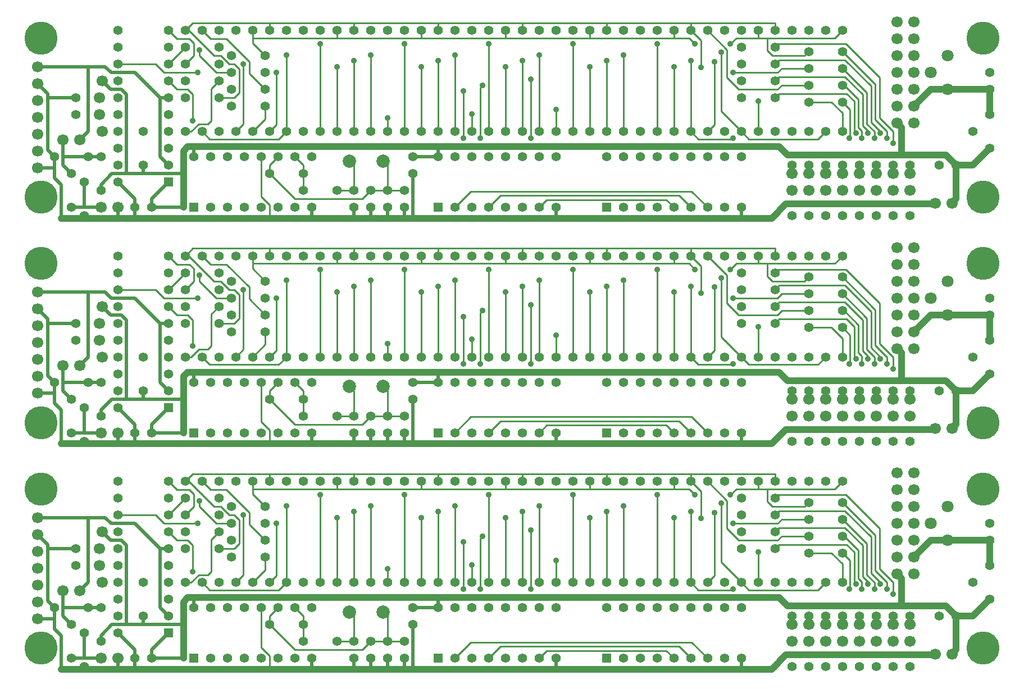
<source format=gtl>
G04 (created by PCBNEW (2013-07-07 BZR 4022)-stable) date 15/01/2014 06:25:56*
%MOIN*%
G04 Gerber Fmt 3.4, Leading zero omitted, Abs format*
%FSLAX34Y34*%
G01*
G70*
G90*
G04 APERTURE LIST*
%ADD10C,0.00590551*%
%ADD11C,0.0551181*%
%ADD12C,0.19685*%
%ADD13C,0.0787*%
%ADD14C,0.0669*%
%ADD15R,0.055X0.055*%
%ADD16C,0.055*%
%ADD17C,0.0708661*%
%ADD18C,0.035*%
%ADD19C,0.0393701*%
%ADD20C,0.019685*%
%ADD21C,0.01*%
G04 APERTURE END LIST*
G54D10*
G54D11*
X92500Y-75271D03*
X91500Y-75271D03*
X90500Y-75271D03*
X89500Y-75271D03*
X88500Y-75271D03*
X87500Y-75271D03*
X86500Y-75271D03*
X85500Y-75271D03*
X85500Y-78271D03*
X86500Y-78271D03*
X87500Y-78271D03*
X88500Y-78271D03*
X89500Y-78271D03*
X90500Y-78271D03*
X91500Y-78271D03*
X92500Y-78271D03*
X92500Y-61885D03*
X91500Y-61885D03*
X90500Y-61885D03*
X89500Y-61885D03*
X88500Y-61885D03*
X87500Y-61885D03*
X86500Y-61885D03*
X85500Y-61885D03*
X85500Y-64885D03*
X86500Y-64885D03*
X87500Y-64885D03*
X88500Y-64885D03*
X89500Y-64885D03*
X90500Y-64885D03*
X91500Y-64885D03*
X92500Y-64885D03*
G54D12*
X40944Y-67716D03*
X40944Y-77165D03*
X96850Y-67716D03*
X96850Y-77165D03*
G54D13*
X59250Y-75021D03*
X61250Y-75021D03*
G54D11*
X54500Y-73271D03*
X55500Y-73271D03*
X56500Y-73271D03*
X57500Y-73271D03*
X58500Y-73271D03*
X58500Y-67271D03*
X57500Y-67271D03*
X56500Y-67271D03*
X55500Y-67271D03*
X54500Y-67271D03*
X49500Y-73271D03*
X50500Y-73271D03*
X51500Y-73271D03*
X52500Y-73271D03*
X53500Y-73271D03*
X53500Y-67271D03*
X52500Y-67271D03*
X51500Y-67271D03*
X50500Y-67271D03*
X49500Y-67271D03*
X59500Y-73271D03*
X60500Y-73271D03*
X61500Y-73271D03*
X62500Y-73271D03*
X63500Y-73271D03*
X63500Y-67271D03*
X62500Y-67271D03*
X61500Y-67271D03*
X60500Y-67271D03*
X59500Y-67271D03*
X84500Y-73271D03*
X85500Y-73271D03*
X86500Y-73271D03*
X87500Y-73271D03*
X88500Y-73271D03*
X88500Y-67271D03*
X87500Y-67271D03*
X86500Y-67271D03*
X85500Y-67271D03*
X84500Y-67271D03*
X79500Y-73271D03*
X80500Y-73271D03*
X81500Y-73271D03*
X82500Y-73271D03*
X83500Y-73271D03*
X83500Y-67271D03*
X82500Y-67271D03*
X81500Y-67271D03*
X80500Y-67271D03*
X79500Y-67271D03*
X74500Y-73271D03*
X75500Y-73271D03*
X76500Y-73271D03*
X77500Y-73271D03*
X78500Y-73271D03*
X78500Y-67271D03*
X77500Y-67271D03*
X76500Y-67271D03*
X75500Y-67271D03*
X74500Y-67271D03*
X69500Y-73271D03*
X70500Y-73271D03*
X71500Y-73271D03*
X72500Y-73271D03*
X73500Y-73271D03*
X73500Y-67271D03*
X72500Y-67271D03*
X71500Y-67271D03*
X70500Y-67271D03*
X69500Y-67271D03*
X64500Y-73271D03*
X65500Y-73271D03*
X66500Y-73271D03*
X67500Y-73271D03*
X68500Y-73271D03*
X68500Y-67271D03*
X67500Y-67271D03*
X66500Y-67271D03*
X65500Y-67271D03*
X64500Y-67271D03*
G54D14*
X91750Y-66771D03*
X92750Y-66771D03*
X91750Y-67771D03*
X92750Y-67771D03*
X91750Y-68771D03*
X92750Y-68771D03*
X91750Y-69771D03*
X92750Y-69771D03*
X91750Y-70771D03*
X92750Y-70771D03*
X91750Y-71771D03*
X92750Y-71771D03*
X91750Y-72771D03*
X92750Y-72771D03*
X40750Y-73421D03*
X40750Y-74421D03*
X40750Y-75421D03*
X44578Y-73271D03*
X44421Y-72271D03*
X44421Y-71271D03*
X44578Y-70271D03*
X92500Y-75771D03*
X92500Y-76771D03*
X95000Y-77521D03*
X94000Y-77521D03*
X44500Y-77771D03*
X45500Y-77771D03*
X91500Y-75771D03*
X91500Y-76771D03*
X90500Y-75771D03*
X90500Y-76771D03*
X40750Y-72421D03*
X40750Y-71421D03*
X85500Y-75771D03*
X85500Y-76771D03*
X86500Y-75771D03*
X86500Y-76771D03*
X87500Y-75771D03*
X87500Y-76771D03*
X89500Y-75771D03*
X89500Y-76771D03*
X88500Y-75771D03*
X88500Y-76771D03*
G54D11*
X52250Y-68771D03*
X54250Y-68771D03*
X49500Y-69271D03*
X51500Y-69271D03*
X47000Y-75271D03*
X47000Y-73271D03*
X49500Y-68271D03*
X51500Y-68271D03*
X52250Y-71771D03*
X54250Y-71771D03*
X52250Y-69771D03*
X54250Y-69771D03*
X49500Y-70271D03*
X51500Y-70271D03*
X52250Y-70771D03*
X54250Y-70771D03*
X49500Y-71271D03*
X51500Y-71271D03*
X56500Y-76771D03*
X58500Y-76771D03*
X54500Y-75771D03*
X56500Y-75771D03*
X43500Y-76271D03*
X43500Y-78271D03*
X42750Y-77771D03*
X42750Y-75771D03*
X88500Y-68521D03*
X86500Y-68521D03*
X41750Y-74771D03*
X43750Y-74771D03*
X44500Y-74771D03*
X44500Y-76771D03*
X84500Y-68271D03*
X82500Y-68271D03*
X88500Y-71521D03*
X86500Y-71521D03*
X84500Y-71271D03*
X82500Y-71271D03*
X88500Y-70521D03*
X86500Y-70521D03*
X84500Y-70271D03*
X82500Y-70271D03*
X88500Y-69521D03*
X86500Y-69521D03*
X84500Y-69271D03*
X82500Y-69271D03*
G54D15*
X48500Y-76271D03*
G54D16*
X48500Y-75271D03*
X48500Y-74271D03*
X48500Y-73271D03*
X48500Y-72271D03*
X48500Y-71271D03*
X48500Y-70271D03*
X48500Y-69271D03*
X48500Y-68271D03*
X48500Y-67271D03*
X45500Y-67271D03*
X45500Y-68271D03*
X45500Y-69271D03*
X45500Y-70271D03*
X45500Y-71271D03*
X45500Y-72271D03*
X45500Y-73271D03*
X45500Y-74271D03*
X45500Y-75271D03*
X45500Y-76271D03*
G54D15*
X74500Y-77771D03*
G54D16*
X75500Y-77771D03*
X76500Y-77771D03*
X77500Y-77771D03*
X78500Y-77771D03*
X79500Y-77771D03*
X80500Y-77771D03*
X81500Y-77771D03*
X82500Y-77771D03*
X82500Y-74771D03*
X81500Y-74771D03*
X80500Y-74771D03*
X79500Y-74771D03*
X78500Y-74771D03*
X77500Y-74771D03*
X76500Y-74771D03*
X75500Y-74771D03*
X74500Y-74771D03*
G54D15*
X50000Y-77771D03*
G54D16*
X51000Y-77771D03*
X52000Y-77771D03*
X53000Y-77771D03*
X54000Y-77771D03*
X55000Y-77771D03*
X56000Y-77771D03*
X57000Y-77771D03*
X57000Y-74771D03*
X56000Y-74771D03*
X55000Y-74771D03*
X54000Y-74771D03*
X53000Y-74771D03*
X52000Y-74771D03*
X51000Y-74771D03*
X50000Y-74771D03*
G54D15*
X64500Y-77771D03*
G54D16*
X65500Y-77771D03*
X66500Y-77771D03*
X67500Y-77771D03*
X68500Y-77771D03*
X69500Y-77771D03*
X70500Y-77771D03*
X71500Y-77771D03*
X71500Y-74771D03*
X70500Y-74771D03*
X69500Y-74771D03*
X68500Y-74771D03*
X67500Y-74771D03*
X66500Y-74771D03*
X65500Y-74771D03*
X64500Y-74771D03*
G54D11*
X47500Y-77771D03*
X46500Y-77771D03*
X63000Y-74771D03*
X63000Y-75771D03*
X62500Y-76771D03*
X62500Y-77771D03*
X60500Y-76771D03*
X60500Y-77771D03*
X61500Y-76771D03*
X61500Y-77771D03*
X59500Y-76771D03*
X59500Y-77771D03*
X43000Y-72271D03*
X43000Y-71271D03*
X97250Y-74271D03*
X96250Y-73271D03*
X97250Y-72271D03*
G54D17*
X94750Y-68771D03*
X93750Y-69771D03*
X94750Y-70771D03*
G54D11*
X97250Y-70771D03*
X97250Y-69771D03*
X95250Y-75271D03*
X94250Y-75271D03*
G54D14*
X42250Y-73771D03*
X43250Y-73771D03*
X40750Y-69421D03*
X40750Y-70421D03*
X40750Y-56035D03*
X40750Y-57035D03*
X42250Y-60385D03*
X43250Y-60385D03*
G54D11*
X95250Y-61885D03*
X94250Y-61885D03*
X97250Y-57385D03*
X97250Y-56385D03*
G54D17*
X94750Y-55385D03*
X93750Y-56385D03*
X94750Y-57385D03*
G54D11*
X97250Y-60885D03*
X96250Y-59885D03*
X97250Y-58885D03*
X43000Y-58885D03*
X43000Y-57885D03*
X59500Y-63385D03*
X59500Y-64385D03*
X61500Y-63385D03*
X61500Y-64385D03*
X60500Y-63385D03*
X60500Y-64385D03*
X62500Y-63385D03*
X62500Y-64385D03*
X63000Y-61385D03*
X63000Y-62385D03*
X47500Y-64385D03*
X46500Y-64385D03*
G54D15*
X64500Y-64385D03*
G54D16*
X65500Y-64385D03*
X66500Y-64385D03*
X67500Y-64385D03*
X68500Y-64385D03*
X69500Y-64385D03*
X70500Y-64385D03*
X71500Y-64385D03*
X71500Y-61385D03*
X70500Y-61385D03*
X69500Y-61385D03*
X68500Y-61385D03*
X67500Y-61385D03*
X66500Y-61385D03*
X65500Y-61385D03*
X64500Y-61385D03*
G54D15*
X50000Y-64385D03*
G54D16*
X51000Y-64385D03*
X52000Y-64385D03*
X53000Y-64385D03*
X54000Y-64385D03*
X55000Y-64385D03*
X56000Y-64385D03*
X57000Y-64385D03*
X57000Y-61385D03*
X56000Y-61385D03*
X55000Y-61385D03*
X54000Y-61385D03*
X53000Y-61385D03*
X52000Y-61385D03*
X51000Y-61385D03*
X50000Y-61385D03*
G54D15*
X74500Y-64385D03*
G54D16*
X75500Y-64385D03*
X76500Y-64385D03*
X77500Y-64385D03*
X78500Y-64385D03*
X79500Y-64385D03*
X80500Y-64385D03*
X81500Y-64385D03*
X82500Y-64385D03*
X82500Y-61385D03*
X81500Y-61385D03*
X80500Y-61385D03*
X79500Y-61385D03*
X78500Y-61385D03*
X77500Y-61385D03*
X76500Y-61385D03*
X75500Y-61385D03*
X74500Y-61385D03*
G54D15*
X48500Y-62885D03*
G54D16*
X48500Y-61885D03*
X48500Y-60885D03*
X48500Y-59885D03*
X48500Y-58885D03*
X48500Y-57885D03*
X48500Y-56885D03*
X48500Y-55885D03*
X48500Y-54885D03*
X48500Y-53885D03*
X45500Y-53885D03*
X45500Y-54885D03*
X45500Y-55885D03*
X45500Y-56885D03*
X45500Y-57885D03*
X45500Y-58885D03*
X45500Y-59885D03*
X45500Y-60885D03*
X45500Y-61885D03*
X45500Y-62885D03*
G54D11*
X84500Y-55885D03*
X82500Y-55885D03*
X88500Y-56135D03*
X86500Y-56135D03*
X84500Y-56885D03*
X82500Y-56885D03*
X88500Y-57135D03*
X86500Y-57135D03*
X84500Y-57885D03*
X82500Y-57885D03*
X88500Y-58135D03*
X86500Y-58135D03*
X84500Y-54885D03*
X82500Y-54885D03*
X44500Y-61385D03*
X44500Y-63385D03*
X41750Y-61385D03*
X43750Y-61385D03*
X88500Y-55135D03*
X86500Y-55135D03*
X42750Y-64385D03*
X42750Y-62385D03*
X43500Y-62885D03*
X43500Y-64885D03*
X54500Y-62385D03*
X56500Y-62385D03*
X56500Y-63385D03*
X58500Y-63385D03*
X49500Y-57885D03*
X51500Y-57885D03*
X52250Y-57385D03*
X54250Y-57385D03*
X49500Y-56885D03*
X51500Y-56885D03*
X52250Y-56385D03*
X54250Y-56385D03*
X52250Y-58385D03*
X54250Y-58385D03*
X49500Y-54885D03*
X51500Y-54885D03*
X47000Y-61885D03*
X47000Y-59885D03*
X49500Y-55885D03*
X51500Y-55885D03*
X52250Y-55385D03*
X54250Y-55385D03*
G54D14*
X88500Y-62385D03*
X88500Y-63385D03*
X89500Y-62385D03*
X89500Y-63385D03*
X87500Y-62385D03*
X87500Y-63385D03*
X86500Y-62385D03*
X86500Y-63385D03*
X85500Y-62385D03*
X85500Y-63385D03*
X40750Y-59035D03*
X40750Y-58035D03*
X90500Y-62385D03*
X90500Y-63385D03*
X91500Y-62385D03*
X91500Y-63385D03*
X44500Y-64385D03*
X45500Y-64385D03*
X95000Y-64135D03*
X94000Y-64135D03*
X92500Y-62385D03*
X92500Y-63385D03*
X44578Y-59885D03*
X44421Y-58885D03*
X44421Y-57885D03*
X44578Y-56885D03*
X40750Y-60035D03*
X40750Y-61035D03*
X40750Y-62035D03*
X91750Y-53385D03*
X92750Y-53385D03*
X91750Y-54385D03*
X92750Y-54385D03*
X91750Y-55385D03*
X92750Y-55385D03*
X91750Y-56385D03*
X92750Y-56385D03*
X91750Y-57385D03*
X92750Y-57385D03*
X91750Y-58385D03*
X92750Y-58385D03*
X91750Y-59385D03*
X92750Y-59385D03*
G54D11*
X64500Y-59885D03*
X65500Y-59885D03*
X66500Y-59885D03*
X67500Y-59885D03*
X68500Y-59885D03*
X68500Y-53885D03*
X67500Y-53885D03*
X66500Y-53885D03*
X65500Y-53885D03*
X64500Y-53885D03*
X69500Y-59885D03*
X70500Y-59885D03*
X71500Y-59885D03*
X72500Y-59885D03*
X73500Y-59885D03*
X73500Y-53885D03*
X72500Y-53885D03*
X71500Y-53885D03*
X70500Y-53885D03*
X69500Y-53885D03*
X74500Y-59885D03*
X75500Y-59885D03*
X76500Y-59885D03*
X77500Y-59885D03*
X78500Y-59885D03*
X78500Y-53885D03*
X77500Y-53885D03*
X76500Y-53885D03*
X75500Y-53885D03*
X74500Y-53885D03*
X79500Y-59885D03*
X80500Y-59885D03*
X81500Y-59885D03*
X82500Y-59885D03*
X83500Y-59885D03*
X83500Y-53885D03*
X82500Y-53885D03*
X81500Y-53885D03*
X80500Y-53885D03*
X79500Y-53885D03*
X84500Y-59885D03*
X85500Y-59885D03*
X86500Y-59885D03*
X87500Y-59885D03*
X88500Y-59885D03*
X88500Y-53885D03*
X87500Y-53885D03*
X86500Y-53885D03*
X85500Y-53885D03*
X84500Y-53885D03*
X59500Y-59885D03*
X60500Y-59885D03*
X61500Y-59885D03*
X62500Y-59885D03*
X63500Y-59885D03*
X63500Y-53885D03*
X62500Y-53885D03*
X61500Y-53885D03*
X60500Y-53885D03*
X59500Y-53885D03*
X49500Y-59885D03*
X50500Y-59885D03*
X51500Y-59885D03*
X52500Y-59885D03*
X53500Y-59885D03*
X53500Y-53885D03*
X52500Y-53885D03*
X51500Y-53885D03*
X50500Y-53885D03*
X49500Y-53885D03*
X54500Y-59885D03*
X55500Y-59885D03*
X56500Y-59885D03*
X57500Y-59885D03*
X58500Y-59885D03*
X58500Y-53885D03*
X57500Y-53885D03*
X56500Y-53885D03*
X55500Y-53885D03*
X54500Y-53885D03*
G54D13*
X59250Y-61635D03*
X61250Y-61635D03*
G54D12*
X96850Y-63779D03*
X96850Y-54330D03*
X40944Y-63779D03*
X40944Y-54330D03*
X40944Y-40944D03*
X40944Y-50393D03*
X96850Y-40944D03*
X96850Y-50393D03*
G54D13*
X59250Y-48250D03*
X61250Y-48250D03*
G54D11*
X54500Y-46500D03*
X55500Y-46500D03*
X56500Y-46500D03*
X57500Y-46500D03*
X58500Y-46500D03*
X58500Y-40500D03*
X57500Y-40500D03*
X56500Y-40500D03*
X55500Y-40500D03*
X54500Y-40500D03*
X49500Y-46500D03*
X50500Y-46500D03*
X51500Y-46500D03*
X52500Y-46500D03*
X53500Y-46500D03*
X53500Y-40500D03*
X52500Y-40500D03*
X51500Y-40500D03*
X50500Y-40500D03*
X49500Y-40500D03*
X59500Y-46500D03*
X60500Y-46500D03*
X61500Y-46500D03*
X62500Y-46500D03*
X63500Y-46500D03*
X63500Y-40500D03*
X62500Y-40500D03*
X61500Y-40500D03*
X60500Y-40500D03*
X59500Y-40500D03*
X84500Y-46500D03*
X85500Y-46500D03*
X86500Y-46500D03*
X87500Y-46500D03*
X88500Y-46500D03*
X88500Y-40500D03*
X87500Y-40500D03*
X86500Y-40500D03*
X85500Y-40500D03*
X84500Y-40500D03*
X79500Y-46500D03*
X80500Y-46500D03*
X81500Y-46500D03*
X82500Y-46500D03*
X83500Y-46500D03*
X83500Y-40500D03*
X82500Y-40500D03*
X81500Y-40500D03*
X80500Y-40500D03*
X79500Y-40500D03*
X74500Y-46500D03*
X75500Y-46500D03*
X76500Y-46500D03*
X77500Y-46500D03*
X78500Y-46500D03*
X78500Y-40500D03*
X77500Y-40500D03*
X76500Y-40500D03*
X75500Y-40500D03*
X74500Y-40500D03*
X69500Y-46500D03*
X70500Y-46500D03*
X71500Y-46500D03*
X72500Y-46500D03*
X73500Y-46500D03*
X73500Y-40500D03*
X72500Y-40500D03*
X71500Y-40500D03*
X70500Y-40500D03*
X69500Y-40500D03*
X64500Y-46500D03*
X65500Y-46500D03*
X66500Y-46500D03*
X67500Y-46500D03*
X68500Y-46500D03*
X68500Y-40500D03*
X67500Y-40500D03*
X66500Y-40500D03*
X65500Y-40500D03*
X64500Y-40500D03*
X92500Y-48500D03*
X91500Y-48500D03*
X90500Y-48500D03*
X89500Y-48500D03*
X88500Y-48500D03*
X87500Y-48500D03*
X86500Y-48500D03*
X85500Y-48500D03*
X85500Y-51500D03*
X86500Y-51500D03*
X87500Y-51500D03*
X88500Y-51500D03*
X89500Y-51500D03*
X90500Y-51500D03*
X91500Y-51500D03*
X92500Y-51500D03*
G54D14*
X91750Y-40000D03*
X92750Y-40000D03*
X91750Y-41000D03*
X92750Y-41000D03*
X91750Y-42000D03*
X92750Y-42000D03*
X91750Y-43000D03*
X92750Y-43000D03*
X91750Y-44000D03*
X92750Y-44000D03*
X91750Y-45000D03*
X92750Y-45000D03*
X91750Y-46000D03*
X92750Y-46000D03*
X40750Y-46650D03*
X40750Y-47650D03*
X40750Y-48650D03*
X44578Y-46500D03*
X44421Y-45500D03*
X44421Y-44500D03*
X44578Y-43500D03*
X92500Y-49000D03*
X92500Y-50000D03*
X95000Y-50750D03*
X94000Y-50750D03*
X44500Y-51000D03*
X45500Y-51000D03*
X91500Y-49000D03*
X91500Y-50000D03*
X90500Y-49000D03*
X90500Y-50000D03*
X40750Y-45650D03*
X40750Y-44650D03*
X85500Y-49000D03*
X85500Y-50000D03*
X86500Y-49000D03*
X86500Y-50000D03*
X87500Y-49000D03*
X87500Y-50000D03*
X89500Y-49000D03*
X89500Y-50000D03*
X88500Y-49000D03*
X88500Y-50000D03*
G54D11*
X52250Y-42000D03*
X54250Y-42000D03*
X49500Y-42500D03*
X51500Y-42500D03*
X47000Y-48500D03*
X47000Y-46500D03*
X49500Y-41500D03*
X51500Y-41500D03*
X52250Y-45000D03*
X54250Y-45000D03*
X52250Y-43000D03*
X54250Y-43000D03*
X49500Y-43500D03*
X51500Y-43500D03*
X52250Y-44000D03*
X54250Y-44000D03*
X49500Y-44500D03*
X51500Y-44500D03*
X56500Y-50000D03*
X58500Y-50000D03*
X54500Y-49000D03*
X56500Y-49000D03*
X43500Y-49500D03*
X43500Y-51500D03*
X42750Y-51000D03*
X42750Y-49000D03*
X88500Y-41750D03*
X86500Y-41750D03*
X41750Y-48000D03*
X43750Y-48000D03*
X44500Y-48000D03*
X44500Y-50000D03*
X84500Y-41500D03*
X82500Y-41500D03*
X88500Y-44750D03*
X86500Y-44750D03*
X84500Y-44500D03*
X82500Y-44500D03*
X88500Y-43750D03*
X86500Y-43750D03*
X84500Y-43500D03*
X82500Y-43500D03*
X88500Y-42750D03*
X86500Y-42750D03*
X84500Y-42500D03*
X82500Y-42500D03*
G54D15*
X48500Y-49500D03*
G54D16*
X48500Y-48500D03*
X48500Y-47500D03*
X48500Y-46500D03*
X48500Y-45500D03*
X48500Y-44500D03*
X48500Y-43500D03*
X48500Y-42500D03*
X48500Y-41500D03*
X48500Y-40500D03*
X45500Y-40500D03*
X45500Y-41500D03*
X45500Y-42500D03*
X45500Y-43500D03*
X45500Y-44500D03*
X45500Y-45500D03*
X45500Y-46500D03*
X45500Y-47500D03*
X45500Y-48500D03*
X45500Y-49500D03*
G54D15*
X74500Y-51000D03*
G54D16*
X75500Y-51000D03*
X76500Y-51000D03*
X77500Y-51000D03*
X78500Y-51000D03*
X79500Y-51000D03*
X80500Y-51000D03*
X81500Y-51000D03*
X82500Y-51000D03*
X82500Y-48000D03*
X81500Y-48000D03*
X80500Y-48000D03*
X79500Y-48000D03*
X78500Y-48000D03*
X77500Y-48000D03*
X76500Y-48000D03*
X75500Y-48000D03*
X74500Y-48000D03*
G54D15*
X50000Y-51000D03*
G54D16*
X51000Y-51000D03*
X52000Y-51000D03*
X53000Y-51000D03*
X54000Y-51000D03*
X55000Y-51000D03*
X56000Y-51000D03*
X57000Y-51000D03*
X57000Y-48000D03*
X56000Y-48000D03*
X55000Y-48000D03*
X54000Y-48000D03*
X53000Y-48000D03*
X52000Y-48000D03*
X51000Y-48000D03*
X50000Y-48000D03*
G54D15*
X64500Y-51000D03*
G54D16*
X65500Y-51000D03*
X66500Y-51000D03*
X67500Y-51000D03*
X68500Y-51000D03*
X69500Y-51000D03*
X70500Y-51000D03*
X71500Y-51000D03*
X71500Y-48000D03*
X70500Y-48000D03*
X69500Y-48000D03*
X68500Y-48000D03*
X67500Y-48000D03*
X66500Y-48000D03*
X65500Y-48000D03*
X64500Y-48000D03*
G54D11*
X47500Y-51000D03*
X46500Y-51000D03*
X63000Y-48000D03*
X63000Y-49000D03*
X62500Y-50000D03*
X62500Y-51000D03*
X60500Y-50000D03*
X60500Y-51000D03*
X61500Y-50000D03*
X61500Y-51000D03*
X59500Y-50000D03*
X59500Y-51000D03*
X43000Y-45500D03*
X43000Y-44500D03*
X97250Y-47500D03*
X96250Y-46500D03*
X97250Y-45500D03*
G54D17*
X94750Y-42000D03*
X93750Y-43000D03*
X94750Y-44000D03*
G54D11*
X97250Y-44000D03*
X97250Y-43000D03*
X95250Y-48500D03*
X94250Y-48500D03*
G54D14*
X42250Y-47000D03*
X43250Y-47000D03*
X40750Y-42650D03*
X40750Y-43650D03*
G54D18*
X66500Y-72221D03*
X66500Y-58835D03*
X66500Y-45450D03*
X49950Y-72621D03*
X66000Y-73671D03*
X66000Y-70871D03*
X66000Y-57485D03*
X66000Y-60285D03*
X49950Y-59235D03*
X49950Y-45850D03*
X66000Y-46900D03*
X66000Y-44100D03*
X67000Y-73671D03*
X67150Y-70521D03*
X67150Y-57135D03*
X67000Y-60285D03*
X67000Y-46900D03*
X67150Y-43750D03*
X90400Y-73671D03*
X90400Y-60285D03*
X90400Y-46900D03*
X90000Y-73371D03*
X90000Y-59985D03*
X90000Y-46600D03*
X91500Y-73971D03*
X91500Y-60585D03*
X91500Y-47200D03*
X91150Y-73671D03*
X91150Y-60285D03*
X91150Y-46900D03*
X90750Y-73371D03*
X90750Y-59985D03*
X90750Y-46600D03*
X70000Y-73671D03*
X70000Y-70171D03*
X70000Y-56785D03*
X70000Y-60285D03*
X70000Y-46900D03*
X70000Y-43400D03*
X61500Y-72471D03*
X61500Y-59085D03*
X61500Y-45700D03*
X88900Y-73671D03*
X88900Y-60285D03*
X88900Y-46900D03*
X89300Y-73371D03*
X89300Y-59985D03*
X89300Y-46600D03*
X89650Y-73671D03*
X89650Y-60285D03*
X89650Y-46900D03*
X58500Y-69421D03*
X63500Y-69421D03*
X68500Y-69421D03*
X73500Y-69421D03*
X78500Y-69421D03*
X83500Y-71471D03*
X83500Y-58085D03*
X78500Y-56035D03*
X73500Y-56035D03*
X68500Y-56035D03*
X63500Y-56035D03*
X58500Y-56035D03*
X58500Y-42650D03*
X63500Y-42650D03*
X68500Y-42650D03*
X73500Y-42650D03*
X78500Y-42650D03*
X83500Y-44700D03*
X71500Y-71971D03*
X71500Y-58585D03*
X71500Y-45200D03*
X50350Y-68421D03*
X50350Y-55035D03*
X50350Y-41650D03*
X50250Y-69771D03*
X50250Y-56385D03*
X50250Y-43000D03*
X54900Y-69771D03*
X59500Y-69071D03*
X82000Y-73671D03*
X79500Y-69071D03*
X74500Y-69071D03*
X69500Y-69071D03*
X64500Y-69071D03*
X64500Y-55685D03*
X69500Y-55685D03*
X74500Y-55685D03*
X79500Y-55685D03*
X82000Y-60285D03*
X59500Y-55685D03*
X54900Y-56385D03*
X54900Y-43000D03*
X59500Y-42300D03*
X82000Y-46900D03*
X79500Y-42300D03*
X74500Y-42300D03*
X69500Y-42300D03*
X64500Y-42300D03*
X80100Y-69471D03*
X80100Y-56085D03*
X80100Y-42700D03*
X81850Y-68071D03*
X79750Y-68071D03*
X79750Y-54685D03*
X81850Y-54685D03*
X81850Y-41300D03*
X79750Y-41300D03*
X80900Y-69121D03*
X75500Y-68721D03*
X70500Y-68721D03*
X65500Y-68721D03*
X60500Y-68721D03*
X55500Y-68721D03*
X82000Y-69771D03*
X82000Y-56385D03*
X55500Y-55335D03*
X60500Y-55335D03*
X65500Y-55335D03*
X70500Y-55335D03*
X75500Y-55335D03*
X80900Y-55735D03*
X80900Y-42350D03*
X75500Y-41950D03*
X70500Y-41950D03*
X65500Y-41950D03*
X60500Y-41950D03*
X55500Y-41950D03*
X82000Y-43000D03*
X81300Y-68571D03*
X77500Y-68071D03*
X72500Y-68071D03*
X67500Y-68071D03*
X62500Y-68071D03*
X57500Y-68071D03*
X52950Y-69271D03*
X52950Y-55885D03*
X57500Y-54685D03*
X62500Y-54685D03*
X67500Y-54685D03*
X72500Y-54685D03*
X77500Y-54685D03*
X81300Y-55185D03*
X81300Y-41800D03*
X77500Y-41300D03*
X72500Y-41300D03*
X67500Y-41300D03*
X62500Y-41300D03*
X57500Y-41300D03*
X52950Y-42500D03*
G54D19*
X92900Y-50800D02*
X85150Y-50800D01*
X85150Y-50800D02*
X84300Y-51650D01*
X84300Y-51650D02*
X82500Y-51650D01*
X93500Y-50800D02*
X92900Y-50800D01*
X93950Y-50800D02*
X93500Y-50800D01*
G54D20*
X46500Y-77771D02*
X46500Y-78421D01*
X43000Y-71271D02*
X41350Y-71271D01*
X41350Y-74371D02*
X41350Y-71271D01*
X41350Y-71271D02*
X41350Y-71021D01*
X41350Y-71021D02*
X40750Y-70421D01*
X41750Y-74771D02*
X41350Y-74371D01*
X40750Y-75421D02*
X41750Y-75421D01*
X41750Y-74771D02*
X41750Y-75271D01*
X41750Y-75271D02*
X41750Y-75421D01*
X41750Y-75421D02*
X41750Y-76021D01*
X41750Y-76021D02*
X42150Y-76421D01*
X42150Y-78421D02*
X42150Y-76421D01*
G54D19*
X42150Y-78421D02*
X43250Y-78421D01*
X94000Y-77521D02*
X93950Y-77571D01*
X92900Y-77571D02*
X85150Y-77571D01*
X85150Y-77571D02*
X84300Y-78421D01*
X84300Y-78421D02*
X82500Y-78421D01*
X93500Y-77571D02*
X92900Y-77571D01*
X93950Y-77571D02*
X93500Y-77571D01*
G54D20*
X43500Y-78271D02*
X43400Y-78271D01*
X43400Y-78271D02*
X43250Y-78421D01*
G54D19*
X43250Y-78421D02*
X45000Y-78421D01*
X45000Y-78421D02*
X45500Y-78421D01*
G54D20*
X45500Y-77771D02*
X45500Y-78421D01*
G54D19*
X45500Y-78421D02*
X46500Y-78421D01*
X46500Y-78421D02*
X54500Y-78421D01*
G54D20*
X45500Y-76271D02*
X46500Y-77271D01*
X46500Y-77271D02*
X46500Y-77771D01*
G54D21*
X54000Y-74771D02*
X54000Y-77121D01*
X54500Y-77621D02*
X54500Y-78421D01*
X54000Y-77121D02*
X54500Y-77621D01*
G54D20*
X59500Y-77771D02*
X59500Y-78421D01*
X60500Y-77771D02*
X60500Y-78421D01*
X61500Y-77771D02*
X61500Y-78421D01*
X62500Y-77771D02*
X62500Y-78421D01*
X62500Y-78421D02*
X62500Y-78521D01*
X62500Y-78521D02*
X62500Y-78421D01*
X63000Y-75771D02*
X63000Y-78421D01*
G54D19*
X54500Y-78421D02*
X57000Y-78421D01*
G54D20*
X71500Y-77771D02*
X71500Y-78421D01*
X71500Y-78421D02*
X71450Y-78421D01*
X82500Y-77771D02*
X82500Y-78421D01*
X57000Y-78421D02*
X57000Y-77771D01*
G54D19*
X82500Y-78421D02*
X71450Y-78421D01*
X71450Y-78421D02*
X63000Y-78421D01*
X63000Y-78421D02*
X62500Y-78421D01*
X62500Y-78421D02*
X61500Y-78421D01*
X61500Y-78421D02*
X60500Y-78421D01*
X60500Y-78421D02*
X59500Y-78421D01*
X59500Y-78421D02*
X57000Y-78421D01*
X59500Y-65035D02*
X57000Y-65035D01*
X60500Y-65035D02*
X59500Y-65035D01*
X61500Y-65035D02*
X60500Y-65035D01*
X62500Y-65035D02*
X61500Y-65035D01*
X63000Y-65035D02*
X62500Y-65035D01*
X71450Y-65035D02*
X63000Y-65035D01*
X82500Y-65035D02*
X71450Y-65035D01*
G54D20*
X57000Y-65035D02*
X57000Y-64385D01*
X82500Y-64385D02*
X82500Y-65035D01*
X71500Y-65035D02*
X71450Y-65035D01*
X71500Y-64385D02*
X71500Y-65035D01*
G54D19*
X54500Y-65035D02*
X57000Y-65035D01*
G54D20*
X63000Y-62385D02*
X63000Y-65035D01*
X62500Y-65135D02*
X62500Y-65035D01*
X62500Y-65035D02*
X62500Y-65135D01*
X62500Y-64385D02*
X62500Y-65035D01*
X61500Y-64385D02*
X61500Y-65035D01*
X60500Y-64385D02*
X60500Y-65035D01*
X59500Y-64385D02*
X59500Y-65035D01*
G54D21*
X54000Y-63735D02*
X54500Y-64235D01*
X54500Y-64235D02*
X54500Y-65035D01*
X54000Y-61385D02*
X54000Y-63735D01*
G54D20*
X46500Y-63885D02*
X46500Y-64385D01*
X45500Y-62885D02*
X46500Y-63885D01*
G54D19*
X46500Y-65035D02*
X54500Y-65035D01*
X45500Y-65035D02*
X46500Y-65035D01*
G54D20*
X45500Y-64385D02*
X45500Y-65035D01*
G54D19*
X45000Y-65035D02*
X45500Y-65035D01*
X43250Y-65035D02*
X45000Y-65035D01*
G54D20*
X43400Y-64885D02*
X43250Y-65035D01*
X43500Y-64885D02*
X43400Y-64885D01*
G54D19*
X93950Y-64185D02*
X93500Y-64185D01*
X93500Y-64185D02*
X92900Y-64185D01*
X84300Y-65035D02*
X82500Y-65035D01*
X85150Y-64185D02*
X84300Y-65035D01*
X92900Y-64185D02*
X85150Y-64185D01*
X94000Y-64135D02*
X93950Y-64185D01*
X42150Y-65035D02*
X43250Y-65035D01*
G54D20*
X42150Y-65035D02*
X42150Y-63035D01*
X41750Y-62635D02*
X42150Y-63035D01*
X41750Y-62035D02*
X41750Y-62635D01*
X41750Y-61885D02*
X41750Y-62035D01*
X41750Y-61385D02*
X41750Y-61885D01*
X40750Y-62035D02*
X41750Y-62035D01*
X41750Y-61385D02*
X41350Y-60985D01*
X41350Y-57635D02*
X40750Y-57035D01*
X41350Y-57885D02*
X41350Y-57635D01*
X41350Y-60985D02*
X41350Y-57885D01*
X43000Y-57885D02*
X41350Y-57885D01*
X46500Y-64385D02*
X46500Y-65035D01*
X46500Y-51000D02*
X46500Y-51650D01*
X43000Y-44500D02*
X41350Y-44500D01*
X41350Y-47600D02*
X41350Y-44500D01*
X41350Y-44500D02*
X41350Y-44250D01*
X41350Y-44250D02*
X40750Y-43650D01*
X41750Y-48000D02*
X41350Y-47600D01*
X40750Y-48650D02*
X41750Y-48650D01*
X41750Y-48000D02*
X41750Y-48500D01*
X41750Y-48500D02*
X41750Y-48650D01*
X41750Y-48650D02*
X41750Y-49250D01*
X41750Y-49250D02*
X42150Y-49650D01*
X42150Y-51650D02*
X42150Y-49650D01*
G54D19*
X42150Y-51650D02*
X43250Y-51650D01*
X94000Y-50750D02*
X93950Y-50800D01*
G54D20*
X43500Y-51500D02*
X43400Y-51500D01*
X43400Y-51500D02*
X43250Y-51650D01*
G54D19*
X43250Y-51650D02*
X45000Y-51650D01*
X45000Y-51650D02*
X45500Y-51650D01*
G54D20*
X45500Y-51000D02*
X45500Y-51650D01*
G54D19*
X45500Y-51650D02*
X46500Y-51650D01*
X46500Y-51650D02*
X54500Y-51650D01*
G54D20*
X45500Y-49500D02*
X46500Y-50500D01*
X46500Y-50500D02*
X46500Y-51000D01*
G54D21*
X54000Y-48000D02*
X54000Y-50350D01*
X54500Y-50850D02*
X54500Y-51650D01*
X54000Y-50350D02*
X54500Y-50850D01*
G54D20*
X59500Y-51000D02*
X59500Y-51650D01*
X60500Y-51000D02*
X60500Y-51650D01*
X61500Y-51000D02*
X61500Y-51650D01*
X62500Y-51000D02*
X62500Y-51650D01*
X62500Y-51650D02*
X62500Y-51750D01*
X62500Y-51750D02*
X62500Y-51650D01*
X63000Y-49000D02*
X63000Y-51650D01*
G54D19*
X54500Y-51650D02*
X57000Y-51650D01*
G54D20*
X71500Y-51000D02*
X71500Y-51650D01*
X71500Y-51650D02*
X71450Y-51650D01*
X82500Y-51000D02*
X82500Y-51650D01*
X57000Y-51650D02*
X57000Y-51000D01*
G54D19*
X82500Y-51650D02*
X71450Y-51650D01*
X71450Y-51650D02*
X63000Y-51650D01*
X63000Y-51650D02*
X62500Y-51650D01*
X62500Y-51650D02*
X61500Y-51650D01*
X61500Y-51650D02*
X60500Y-51650D01*
X60500Y-51650D02*
X59500Y-51650D01*
X59500Y-51650D02*
X57000Y-51650D01*
G54D21*
X66500Y-73271D02*
X66500Y-72221D01*
X66500Y-59885D02*
X66500Y-58835D01*
X66500Y-46500D02*
X66500Y-45450D01*
X80500Y-77771D02*
X79550Y-76821D01*
X66450Y-76821D02*
X65500Y-77771D01*
X79550Y-76821D02*
X66450Y-76821D01*
X79550Y-63435D02*
X66450Y-63435D01*
X66450Y-63435D02*
X65500Y-64385D01*
X80500Y-64385D02*
X79550Y-63435D01*
X80500Y-51000D02*
X79550Y-50050D01*
X66450Y-50050D02*
X65500Y-51000D01*
X79550Y-50050D02*
X66450Y-50050D01*
X79500Y-77771D02*
X78800Y-77071D01*
X68200Y-77071D02*
X67500Y-77771D01*
X78800Y-77071D02*
X68200Y-77071D01*
X78800Y-63685D02*
X68200Y-63685D01*
X68200Y-63685D02*
X67500Y-64385D01*
X79500Y-64385D02*
X78800Y-63685D01*
X79500Y-51000D02*
X78800Y-50300D01*
X68200Y-50300D02*
X67500Y-51000D01*
X78800Y-50300D02*
X68200Y-50300D01*
X49500Y-68271D02*
X48500Y-69271D01*
X49500Y-54885D02*
X48500Y-55885D01*
X49500Y-41500D02*
X48500Y-42500D01*
X49500Y-69271D02*
X50000Y-68771D01*
X49000Y-67771D02*
X48500Y-67271D01*
X49750Y-67771D02*
X49000Y-67771D01*
X50000Y-68021D02*
X49750Y-67771D01*
X50000Y-68771D02*
X50000Y-68021D01*
X50000Y-55385D02*
X50000Y-54635D01*
X50000Y-54635D02*
X49750Y-54385D01*
X49750Y-54385D02*
X49000Y-54385D01*
X49000Y-54385D02*
X48500Y-53885D01*
X49500Y-55885D02*
X50000Y-55385D01*
X49500Y-42500D02*
X50000Y-42000D01*
X49000Y-41000D02*
X48500Y-40500D01*
X49750Y-41000D02*
X49000Y-41000D01*
X50000Y-41250D02*
X49750Y-41000D01*
X50000Y-42000D02*
X50000Y-41250D01*
X78500Y-77771D02*
X78050Y-77321D01*
X70950Y-77321D02*
X70500Y-77771D01*
X78050Y-77321D02*
X70950Y-77321D01*
X78050Y-63935D02*
X70950Y-63935D01*
X70950Y-63935D02*
X70500Y-64385D01*
X78500Y-64385D02*
X78050Y-63935D01*
X78500Y-51000D02*
X78050Y-50550D01*
X70950Y-50550D02*
X70500Y-51000D01*
X78050Y-50550D02*
X70950Y-50550D01*
X48500Y-70271D02*
X49000Y-70771D01*
X49950Y-71071D02*
X49950Y-72621D01*
X49650Y-70771D02*
X49950Y-71071D01*
X49000Y-70771D02*
X49650Y-70771D01*
X66000Y-70871D02*
X66000Y-73671D01*
X66000Y-57485D02*
X66000Y-60285D01*
X49000Y-57385D02*
X49650Y-57385D01*
X49650Y-57385D02*
X49950Y-57685D01*
X49950Y-57685D02*
X49950Y-59235D01*
X48500Y-56885D02*
X49000Y-57385D01*
X48500Y-43500D02*
X49000Y-44000D01*
X49950Y-44300D02*
X49950Y-45850D01*
X49650Y-44000D02*
X49950Y-44300D01*
X49000Y-44000D02*
X49650Y-44000D01*
X66000Y-44100D02*
X66000Y-46900D01*
X67000Y-70671D02*
X67000Y-73671D01*
X67150Y-70521D02*
X67000Y-70671D01*
X67150Y-57135D02*
X67000Y-57285D01*
X67000Y-57285D02*
X67000Y-60285D01*
X67000Y-43900D02*
X67000Y-46900D01*
X67150Y-43750D02*
X67000Y-43900D01*
X59500Y-76771D02*
X58500Y-76771D01*
X59250Y-75021D02*
X59500Y-75271D01*
X59500Y-75271D02*
X59500Y-76771D01*
X59500Y-61885D02*
X59500Y-63385D01*
X59250Y-61635D02*
X59500Y-61885D01*
X59500Y-63385D02*
X58500Y-63385D01*
X59500Y-50000D02*
X58500Y-50000D01*
X59250Y-48250D02*
X59500Y-48500D01*
X59500Y-48500D02*
X59500Y-50000D01*
X89950Y-72821D02*
X90400Y-73271D01*
X88500Y-69521D02*
X89950Y-70971D01*
X89950Y-72821D02*
X89950Y-70971D01*
X90400Y-73271D02*
X90400Y-73671D01*
X90400Y-59885D02*
X90400Y-60285D01*
X89950Y-59435D02*
X89950Y-57585D01*
X88500Y-56135D02*
X89950Y-57585D01*
X89950Y-59435D02*
X90400Y-59885D01*
X89950Y-46050D02*
X90400Y-46500D01*
X88500Y-42750D02*
X89950Y-44200D01*
X89950Y-46050D02*
X89950Y-44200D01*
X90400Y-46500D02*
X90400Y-46900D01*
X89700Y-71071D02*
X89700Y-72921D01*
X84750Y-70021D02*
X84500Y-70271D01*
X88650Y-70021D02*
X84750Y-70021D01*
X89700Y-71071D02*
X88650Y-70021D01*
X90000Y-73221D02*
X90000Y-73371D01*
X89700Y-72921D02*
X90000Y-73221D01*
X89700Y-59535D02*
X90000Y-59835D01*
X90000Y-59835D02*
X90000Y-59985D01*
X89700Y-57685D02*
X88650Y-56635D01*
X88650Y-56635D02*
X84750Y-56635D01*
X84750Y-56635D02*
X84500Y-56885D01*
X89700Y-57685D02*
X89700Y-59535D01*
X89700Y-44300D02*
X89700Y-46150D01*
X84750Y-43250D02*
X84500Y-43500D01*
X88650Y-43250D02*
X84750Y-43250D01*
X89700Y-44300D02*
X88650Y-43250D01*
X90000Y-46450D02*
X90000Y-46600D01*
X89700Y-46150D02*
X90000Y-46450D01*
X90700Y-72471D02*
X91500Y-73271D01*
X90700Y-72471D02*
X90700Y-70071D01*
X90700Y-70071D02*
X88700Y-68071D01*
X88700Y-68071D02*
X84700Y-68071D01*
X84500Y-68271D02*
X84700Y-68071D01*
X91500Y-73271D02*
X91500Y-73971D01*
X91500Y-59885D02*
X91500Y-60585D01*
X84500Y-54885D02*
X84700Y-54685D01*
X88700Y-54685D02*
X84700Y-54685D01*
X90700Y-56685D02*
X88700Y-54685D01*
X90700Y-59085D02*
X90700Y-56685D01*
X90700Y-59085D02*
X91500Y-59885D01*
X90700Y-45700D02*
X91500Y-46500D01*
X90700Y-45700D02*
X90700Y-43300D01*
X90700Y-43300D02*
X88700Y-41300D01*
X88700Y-41300D02*
X84700Y-41300D01*
X84500Y-41500D02*
X84700Y-41300D01*
X91500Y-46500D02*
X91500Y-47200D01*
X90450Y-72571D02*
X91150Y-73271D01*
X88500Y-68521D02*
X90450Y-70471D01*
X90450Y-72571D02*
X90450Y-70471D01*
X91150Y-73271D02*
X91150Y-73671D01*
X91150Y-59885D02*
X91150Y-60285D01*
X90450Y-59185D02*
X90450Y-57085D01*
X88500Y-55135D02*
X90450Y-57085D01*
X90450Y-59185D02*
X91150Y-59885D01*
X90450Y-45800D02*
X91150Y-46500D01*
X88500Y-41750D02*
X90450Y-43700D01*
X90450Y-45800D02*
X90450Y-43700D01*
X91150Y-46500D02*
X91150Y-46900D01*
X90200Y-72721D02*
X90750Y-73271D01*
X90200Y-72721D02*
X90200Y-70571D01*
X84500Y-69271D02*
X84750Y-69021D01*
X88650Y-69021D02*
X84750Y-69021D01*
X90200Y-70571D02*
X88650Y-69021D01*
X90750Y-73271D02*
X90750Y-73371D01*
X90750Y-59885D02*
X90750Y-59985D01*
X90200Y-57185D02*
X88650Y-55635D01*
X88650Y-55635D02*
X84750Y-55635D01*
X84500Y-55885D02*
X84750Y-55635D01*
X90200Y-59335D02*
X90200Y-57185D01*
X90200Y-59335D02*
X90750Y-59885D01*
X90200Y-45950D02*
X90750Y-46500D01*
X90200Y-45950D02*
X90200Y-43800D01*
X84500Y-42500D02*
X84750Y-42250D01*
X88650Y-42250D02*
X84750Y-42250D01*
X90200Y-43800D02*
X88650Y-42250D01*
X90750Y-46500D02*
X90750Y-46600D01*
G54D20*
X43750Y-69421D02*
X43750Y-73271D01*
X43750Y-73271D02*
X43250Y-73771D01*
X48500Y-71271D02*
X48000Y-71271D01*
X48000Y-71271D02*
X48000Y-74771D01*
X40750Y-69421D02*
X43750Y-69421D01*
X43750Y-69421D02*
X44750Y-69421D01*
X46500Y-69771D02*
X48000Y-71271D01*
X45100Y-69771D02*
X46500Y-69771D01*
X44750Y-69421D02*
X45100Y-69771D01*
X48000Y-74771D02*
X48500Y-75271D01*
X48000Y-61385D02*
X48500Y-61885D01*
X44750Y-56035D02*
X45100Y-56385D01*
X45100Y-56385D02*
X46500Y-56385D01*
X46500Y-56385D02*
X48000Y-57885D01*
X43750Y-56035D02*
X44750Y-56035D01*
X40750Y-56035D02*
X43750Y-56035D01*
X48000Y-57885D02*
X48000Y-61385D01*
X48500Y-57885D02*
X48000Y-57885D01*
X43750Y-59885D02*
X43250Y-60385D01*
X43750Y-56035D02*
X43750Y-59885D01*
X43750Y-42650D02*
X43750Y-46500D01*
X43750Y-46500D02*
X43250Y-47000D01*
X48500Y-44500D02*
X48000Y-44500D01*
X48000Y-44500D02*
X48000Y-48000D01*
X40750Y-42650D02*
X43750Y-42650D01*
X43750Y-42650D02*
X44750Y-42650D01*
X46500Y-43000D02*
X48000Y-44500D01*
X45100Y-43000D02*
X46500Y-43000D01*
X44750Y-42650D02*
X45100Y-43000D01*
X48000Y-48000D02*
X48500Y-48500D01*
G54D21*
X70000Y-70171D02*
X70000Y-73671D01*
X70000Y-56785D02*
X70000Y-60285D01*
X70000Y-43400D02*
X70000Y-46900D01*
X61500Y-73271D02*
X61500Y-72471D01*
X61500Y-59885D02*
X61500Y-59085D01*
X61500Y-46500D02*
X61500Y-45700D01*
G54D20*
X43750Y-74771D02*
X42250Y-74771D01*
X42250Y-73771D02*
X42250Y-74771D01*
X42250Y-74771D02*
X42250Y-75271D01*
X42250Y-75271D02*
X42750Y-75771D01*
X44500Y-74771D02*
X43750Y-74771D01*
X44500Y-61385D02*
X43750Y-61385D01*
X42250Y-61885D02*
X42750Y-62385D01*
X42250Y-61385D02*
X42250Y-61885D01*
X42250Y-60385D02*
X42250Y-61385D01*
X43750Y-61385D02*
X42250Y-61385D01*
X43750Y-48000D02*
X42250Y-48000D01*
X42250Y-47000D02*
X42250Y-48000D01*
X42250Y-48000D02*
X42250Y-48500D01*
X42250Y-48500D02*
X42750Y-49000D01*
X44500Y-48000D02*
X43750Y-48000D01*
G54D21*
X88950Y-71971D02*
X88500Y-71521D01*
X88950Y-73621D02*
X88950Y-71971D01*
X88900Y-73671D02*
X88950Y-73621D01*
X88900Y-60285D02*
X88950Y-60235D01*
X88950Y-60235D02*
X88950Y-58585D01*
X88950Y-58585D02*
X88500Y-58135D01*
X88950Y-45200D02*
X88500Y-44750D01*
X88950Y-46850D02*
X88950Y-45200D01*
X88900Y-46900D02*
X88950Y-46850D01*
X89200Y-71471D02*
X89200Y-73271D01*
X84750Y-71021D02*
X84500Y-71271D01*
X88750Y-71021D02*
X84750Y-71021D01*
X89200Y-71471D02*
X88750Y-71021D01*
X89200Y-73271D02*
X89300Y-73371D01*
X89200Y-59885D02*
X89300Y-59985D01*
X89200Y-58085D02*
X88750Y-57635D01*
X88750Y-57635D02*
X84750Y-57635D01*
X84750Y-57635D02*
X84500Y-57885D01*
X89200Y-58085D02*
X89200Y-59885D01*
X89200Y-44700D02*
X89200Y-46500D01*
X84750Y-44250D02*
X84500Y-44500D01*
X88750Y-44250D02*
X84750Y-44250D01*
X89200Y-44700D02*
X88750Y-44250D01*
X89200Y-46500D02*
X89300Y-46600D01*
X89450Y-71371D02*
X89450Y-73021D01*
X89450Y-71371D02*
X88600Y-70521D01*
X88500Y-70521D02*
X88600Y-70521D01*
X89650Y-73221D02*
X89650Y-73671D01*
X89450Y-73021D02*
X89650Y-73221D01*
X89450Y-59635D02*
X89650Y-59835D01*
X89650Y-59835D02*
X89650Y-60285D01*
X88500Y-57135D02*
X88600Y-57135D01*
X89450Y-57985D02*
X88600Y-57135D01*
X89450Y-57985D02*
X89450Y-59635D01*
X89450Y-44600D02*
X89450Y-46250D01*
X89450Y-44600D02*
X88600Y-43750D01*
X88500Y-43750D02*
X88600Y-43750D01*
X89650Y-46450D02*
X89650Y-46900D01*
X89450Y-46250D02*
X89650Y-46450D01*
X50500Y-67271D02*
X51000Y-67771D01*
X53300Y-69821D02*
X54250Y-70771D01*
X53300Y-69121D02*
X53300Y-69821D01*
X51950Y-67771D02*
X53300Y-69121D01*
X51000Y-67771D02*
X51950Y-67771D01*
X80500Y-67271D02*
X81650Y-68421D01*
X84650Y-70771D02*
X82350Y-70771D01*
X84900Y-70521D02*
X84650Y-70771D01*
X84900Y-70521D02*
X86500Y-70521D01*
X81650Y-68421D02*
X81650Y-70071D01*
X81650Y-70071D02*
X82350Y-70771D01*
X81650Y-56685D02*
X82350Y-57385D01*
X81650Y-55035D02*
X81650Y-56685D01*
X84900Y-57135D02*
X86500Y-57135D01*
X84900Y-57135D02*
X84650Y-57385D01*
X84650Y-57385D02*
X82350Y-57385D01*
X80500Y-53885D02*
X81650Y-55035D01*
X51000Y-54385D02*
X51950Y-54385D01*
X51950Y-54385D02*
X53300Y-55735D01*
X53300Y-55735D02*
X53300Y-56435D01*
X53300Y-56435D02*
X54250Y-57385D01*
X50500Y-53885D02*
X51000Y-54385D01*
X50500Y-40500D02*
X51000Y-41000D01*
X53300Y-43050D02*
X54250Y-44000D01*
X53300Y-42350D02*
X53300Y-43050D01*
X51950Y-41000D02*
X53300Y-42350D01*
X51000Y-41000D02*
X51950Y-41000D01*
X80500Y-40500D02*
X81650Y-41650D01*
X84650Y-44000D02*
X82350Y-44000D01*
X84900Y-43750D02*
X84650Y-44000D01*
X84900Y-43750D02*
X86500Y-43750D01*
X81650Y-41650D02*
X81650Y-43300D01*
X81650Y-43300D02*
X82350Y-44000D01*
X58500Y-73271D02*
X58500Y-69421D01*
X63500Y-73271D02*
X63500Y-69421D01*
X68500Y-73271D02*
X68500Y-69421D01*
X73500Y-73271D02*
X73500Y-69421D01*
X78500Y-73271D02*
X78500Y-69421D01*
X83500Y-73271D02*
X83500Y-71471D01*
X88500Y-73271D02*
X88500Y-72221D01*
X87850Y-71521D02*
X86500Y-71521D01*
X88500Y-72171D02*
X87850Y-71521D01*
X88500Y-72221D02*
X88500Y-72171D01*
X53500Y-73271D02*
X54250Y-72521D01*
X54250Y-72521D02*
X54250Y-71771D01*
X54250Y-59135D02*
X54250Y-58385D01*
X53500Y-59885D02*
X54250Y-59135D01*
X88500Y-58835D02*
X88500Y-58785D01*
X88500Y-58785D02*
X87850Y-58135D01*
X87850Y-58135D02*
X86500Y-58135D01*
X88500Y-59885D02*
X88500Y-58835D01*
X83500Y-59885D02*
X83500Y-58085D01*
X78500Y-59885D02*
X78500Y-56035D01*
X73500Y-59885D02*
X73500Y-56035D01*
X68500Y-59885D02*
X68500Y-56035D01*
X63500Y-59885D02*
X63500Y-56035D01*
X58500Y-59885D02*
X58500Y-56035D01*
X58500Y-46500D02*
X58500Y-42650D01*
X63500Y-46500D02*
X63500Y-42650D01*
X68500Y-46500D02*
X68500Y-42650D01*
X73500Y-46500D02*
X73500Y-42650D01*
X78500Y-46500D02*
X78500Y-42650D01*
X83500Y-46500D02*
X83500Y-44700D01*
X88500Y-46500D02*
X88500Y-45450D01*
X87850Y-44750D02*
X86500Y-44750D01*
X88500Y-45400D02*
X87850Y-44750D01*
X88500Y-45450D02*
X88500Y-45400D01*
X53500Y-46500D02*
X54250Y-45750D01*
X54250Y-45750D02*
X54250Y-45000D01*
X71500Y-73271D02*
X71500Y-71971D01*
X71500Y-59885D02*
X71500Y-58585D01*
X71500Y-46500D02*
X71500Y-45200D01*
X56000Y-74771D02*
X56500Y-75271D01*
X56500Y-75271D02*
X56500Y-75771D01*
X56500Y-75771D02*
X56500Y-76771D01*
X56500Y-62385D02*
X56500Y-63385D01*
X56500Y-61885D02*
X56500Y-62385D01*
X56000Y-61385D02*
X56500Y-61885D01*
X56000Y-48000D02*
X56500Y-48500D01*
X56500Y-48500D02*
X56500Y-49000D01*
X56500Y-49000D02*
X56500Y-50000D01*
X51350Y-69771D02*
X52250Y-69771D01*
X50350Y-68771D02*
X51350Y-69771D01*
X50350Y-68421D02*
X50350Y-68771D01*
X50350Y-55035D02*
X50350Y-55385D01*
X50350Y-55385D02*
X51350Y-56385D01*
X51350Y-56385D02*
X52250Y-56385D01*
X51350Y-43000D02*
X52250Y-43000D01*
X50350Y-42000D02*
X51350Y-43000D01*
X50350Y-41650D02*
X50350Y-42000D01*
X47750Y-69271D02*
X45500Y-69271D01*
X48250Y-69771D02*
X47750Y-69271D01*
X50250Y-69771D02*
X48250Y-69771D01*
X50250Y-56385D02*
X48250Y-56385D01*
X48250Y-56385D02*
X47750Y-55885D01*
X47750Y-55885D02*
X45500Y-55885D01*
X47750Y-42500D02*
X45500Y-42500D01*
X48250Y-43000D02*
X47750Y-42500D01*
X50250Y-43000D02*
X48250Y-43000D01*
X54500Y-73271D02*
X54900Y-72871D01*
X54900Y-72871D02*
X54900Y-69771D01*
X59500Y-73271D02*
X59500Y-69071D01*
X51500Y-70271D02*
X51050Y-70721D01*
X49850Y-73271D02*
X49500Y-73271D01*
X50300Y-72821D02*
X49850Y-73271D01*
X50850Y-72821D02*
X50300Y-72821D01*
X51050Y-72621D02*
X50850Y-72821D01*
X51050Y-70721D02*
X51050Y-72621D01*
X79950Y-73721D02*
X79500Y-73271D01*
X81950Y-73721D02*
X79950Y-73721D01*
X82000Y-73671D02*
X81950Y-73721D01*
X79500Y-73271D02*
X79500Y-69071D01*
X74500Y-73271D02*
X74500Y-69071D01*
X69500Y-73271D02*
X69500Y-69071D01*
X64500Y-73271D02*
X64500Y-69071D01*
X64500Y-59885D02*
X64500Y-55685D01*
X69500Y-59885D02*
X69500Y-55685D01*
X74500Y-59885D02*
X74500Y-55685D01*
X79500Y-59885D02*
X79500Y-55685D01*
X82000Y-60285D02*
X81950Y-60335D01*
X81950Y-60335D02*
X79950Y-60335D01*
X79950Y-60335D02*
X79500Y-59885D01*
X51050Y-57335D02*
X51050Y-59235D01*
X51050Y-59235D02*
X50850Y-59435D01*
X50850Y-59435D02*
X50300Y-59435D01*
X50300Y-59435D02*
X49850Y-59885D01*
X49850Y-59885D02*
X49500Y-59885D01*
X51500Y-56885D02*
X51050Y-57335D01*
X59500Y-59885D02*
X59500Y-55685D01*
X54900Y-59485D02*
X54900Y-56385D01*
X54500Y-59885D02*
X54900Y-59485D01*
X54500Y-46500D02*
X54900Y-46100D01*
X54900Y-46100D02*
X54900Y-43000D01*
X59500Y-46500D02*
X59500Y-42300D01*
X51500Y-43500D02*
X51050Y-43950D01*
X49850Y-46500D02*
X49500Y-46500D01*
X50300Y-46050D02*
X49850Y-46500D01*
X50850Y-46050D02*
X50300Y-46050D01*
X51050Y-45850D02*
X50850Y-46050D01*
X51050Y-43950D02*
X51050Y-45850D01*
X79950Y-46950D02*
X79500Y-46500D01*
X81950Y-46950D02*
X79950Y-46950D01*
X82000Y-46900D02*
X81950Y-46950D01*
X79500Y-46500D02*
X79500Y-42300D01*
X74500Y-46500D02*
X74500Y-42300D01*
X69500Y-46500D02*
X69500Y-42300D01*
X64500Y-46500D02*
X64500Y-42300D01*
X80100Y-67871D02*
X79500Y-67271D01*
X80100Y-69471D02*
X80100Y-67871D01*
X51500Y-71271D02*
X52400Y-71271D01*
X49700Y-67271D02*
X49500Y-67271D01*
X51200Y-68771D02*
X49700Y-67271D01*
X51625Y-68771D02*
X51200Y-68771D01*
X52125Y-69271D02*
X51625Y-68771D01*
X52400Y-69271D02*
X52125Y-69271D01*
X52700Y-69571D02*
X52400Y-69271D01*
X52700Y-70971D02*
X52700Y-69571D01*
X52400Y-71271D02*
X52700Y-70971D01*
X74500Y-67271D02*
X74500Y-66821D01*
X69500Y-67271D02*
X69500Y-66821D01*
X64500Y-67271D02*
X64500Y-66821D01*
X59500Y-67271D02*
X59500Y-66821D01*
X54500Y-67271D02*
X54500Y-66821D01*
X49500Y-67271D02*
X49950Y-66821D01*
X49950Y-66821D02*
X54500Y-66821D01*
X54500Y-66821D02*
X59500Y-66821D01*
X59500Y-66821D02*
X64500Y-66821D01*
X64500Y-66821D02*
X69500Y-66821D01*
X69500Y-66821D02*
X74500Y-66821D01*
X74500Y-66821D02*
X79500Y-66821D01*
X79500Y-67271D02*
X79500Y-66821D01*
X84500Y-66821D02*
X84500Y-67271D01*
X79500Y-66821D02*
X84500Y-66821D01*
X79500Y-53435D02*
X84500Y-53435D01*
X84500Y-53435D02*
X84500Y-53885D01*
X79500Y-53885D02*
X79500Y-53435D01*
X74500Y-53435D02*
X79500Y-53435D01*
X69500Y-53435D02*
X74500Y-53435D01*
X64500Y-53435D02*
X69500Y-53435D01*
X59500Y-53435D02*
X64500Y-53435D01*
X54500Y-53435D02*
X59500Y-53435D01*
X49950Y-53435D02*
X54500Y-53435D01*
X49500Y-53885D02*
X49950Y-53435D01*
X54500Y-53885D02*
X54500Y-53435D01*
X59500Y-53885D02*
X59500Y-53435D01*
X64500Y-53885D02*
X64500Y-53435D01*
X69500Y-53885D02*
X69500Y-53435D01*
X74500Y-53885D02*
X74500Y-53435D01*
X52400Y-57885D02*
X52700Y-57585D01*
X52700Y-57585D02*
X52700Y-56185D01*
X52700Y-56185D02*
X52400Y-55885D01*
X52400Y-55885D02*
X52125Y-55885D01*
X52125Y-55885D02*
X51625Y-55385D01*
X51625Y-55385D02*
X51200Y-55385D01*
X51200Y-55385D02*
X49700Y-53885D01*
X49700Y-53885D02*
X49500Y-53885D01*
X51500Y-57885D02*
X52400Y-57885D01*
X80100Y-56085D02*
X80100Y-54485D01*
X80100Y-54485D02*
X79500Y-53885D01*
X80100Y-41100D02*
X79500Y-40500D01*
X80100Y-42700D02*
X80100Y-41100D01*
X51500Y-44500D02*
X52400Y-44500D01*
X49700Y-40500D02*
X49500Y-40500D01*
X51200Y-42000D02*
X49700Y-40500D01*
X51625Y-42000D02*
X51200Y-42000D01*
X52125Y-42500D02*
X51625Y-42000D01*
X52400Y-42500D02*
X52125Y-42500D01*
X52700Y-42800D02*
X52400Y-42500D01*
X52700Y-44200D02*
X52700Y-42800D01*
X52400Y-44500D02*
X52700Y-44200D01*
X74500Y-40500D02*
X74500Y-40050D01*
X69500Y-40500D02*
X69500Y-40050D01*
X64500Y-40500D02*
X64500Y-40050D01*
X59500Y-40500D02*
X59500Y-40050D01*
X54500Y-40500D02*
X54500Y-40050D01*
X49500Y-40500D02*
X49950Y-40050D01*
X49950Y-40050D02*
X54500Y-40050D01*
X54500Y-40050D02*
X59500Y-40050D01*
X59500Y-40050D02*
X64500Y-40050D01*
X64500Y-40050D02*
X69500Y-40050D01*
X69500Y-40050D02*
X74500Y-40050D01*
X74500Y-40050D02*
X79500Y-40050D01*
X79500Y-40500D02*
X79500Y-40050D01*
X84500Y-40050D02*
X84500Y-40500D01*
X79500Y-40050D02*
X84500Y-40050D01*
X84050Y-67721D02*
X84050Y-68471D01*
X86250Y-68771D02*
X86500Y-68521D01*
X84350Y-68771D02*
X86250Y-68771D01*
X84050Y-68471D02*
X84350Y-68771D01*
X78500Y-67721D02*
X79400Y-67721D01*
X82200Y-67721D02*
X83500Y-67721D01*
X81850Y-68071D02*
X82200Y-67721D01*
X79400Y-67721D02*
X79750Y-68071D01*
X83500Y-67721D02*
X84050Y-67721D01*
X84050Y-67721D02*
X88050Y-67721D01*
X88050Y-67721D02*
X88500Y-67271D01*
X73500Y-67721D02*
X78500Y-67721D01*
X68500Y-67721D02*
X73500Y-67721D01*
X63500Y-67721D02*
X68500Y-67721D01*
X58500Y-67721D02*
X63500Y-67721D01*
X53500Y-67721D02*
X58500Y-67721D01*
X53500Y-67271D02*
X53500Y-67721D01*
X53500Y-67721D02*
X53500Y-68021D01*
X53500Y-68021D02*
X54250Y-68771D01*
X83500Y-67271D02*
X83500Y-67721D01*
X58500Y-67271D02*
X58500Y-67721D01*
X63500Y-67271D02*
X63500Y-67721D01*
X68500Y-67271D02*
X68500Y-67721D01*
X73500Y-67271D02*
X73500Y-67721D01*
X78500Y-67271D02*
X78500Y-67721D01*
X78500Y-53885D02*
X78500Y-54335D01*
X73500Y-53885D02*
X73500Y-54335D01*
X68500Y-53885D02*
X68500Y-54335D01*
X63500Y-53885D02*
X63500Y-54335D01*
X58500Y-53885D02*
X58500Y-54335D01*
X83500Y-53885D02*
X83500Y-54335D01*
X53500Y-54635D02*
X54250Y-55385D01*
X53500Y-54335D02*
X53500Y-54635D01*
X53500Y-53885D02*
X53500Y-54335D01*
X53500Y-54335D02*
X58500Y-54335D01*
X58500Y-54335D02*
X63500Y-54335D01*
X63500Y-54335D02*
X68500Y-54335D01*
X68500Y-54335D02*
X73500Y-54335D01*
X73500Y-54335D02*
X78500Y-54335D01*
X88050Y-54335D02*
X88500Y-53885D01*
X84050Y-54335D02*
X88050Y-54335D01*
X83500Y-54335D02*
X84050Y-54335D01*
X79400Y-54335D02*
X79750Y-54685D01*
X81850Y-54685D02*
X82200Y-54335D01*
X82200Y-54335D02*
X83500Y-54335D01*
X78500Y-54335D02*
X79400Y-54335D01*
X84050Y-55085D02*
X84350Y-55385D01*
X84350Y-55385D02*
X86250Y-55385D01*
X86250Y-55385D02*
X86500Y-55135D01*
X84050Y-54335D02*
X84050Y-55085D01*
X84050Y-40950D02*
X84050Y-41700D01*
X86250Y-42000D02*
X86500Y-41750D01*
X84350Y-42000D02*
X86250Y-42000D01*
X84050Y-41700D02*
X84350Y-42000D01*
X78500Y-40950D02*
X79400Y-40950D01*
X82200Y-40950D02*
X83500Y-40950D01*
X81850Y-41300D02*
X82200Y-40950D01*
X79400Y-40950D02*
X79750Y-41300D01*
X83500Y-40950D02*
X84050Y-40950D01*
X84050Y-40950D02*
X88050Y-40950D01*
X88050Y-40950D02*
X88500Y-40500D01*
X73500Y-40950D02*
X78500Y-40950D01*
X68500Y-40950D02*
X73500Y-40950D01*
X63500Y-40950D02*
X68500Y-40950D01*
X58500Y-40950D02*
X63500Y-40950D01*
X53500Y-40950D02*
X58500Y-40950D01*
X53500Y-40500D02*
X53500Y-40950D01*
X53500Y-40950D02*
X53500Y-41250D01*
X53500Y-41250D02*
X54250Y-42000D01*
X83500Y-40500D02*
X83500Y-40950D01*
X58500Y-40500D02*
X58500Y-40950D01*
X63500Y-40500D02*
X63500Y-40950D01*
X68500Y-40500D02*
X68500Y-40950D01*
X73500Y-40500D02*
X73500Y-40950D01*
X78500Y-40500D02*
X78500Y-40950D01*
X80500Y-73271D02*
X80900Y-72871D01*
X80900Y-72871D02*
X80900Y-69121D01*
X75500Y-73271D02*
X75500Y-68721D01*
X70500Y-73271D02*
X70500Y-68721D01*
X65500Y-73271D02*
X65500Y-68721D01*
X60500Y-73271D02*
X60500Y-68721D01*
X55500Y-73271D02*
X55500Y-68721D01*
X84650Y-69771D02*
X82000Y-69771D01*
X84900Y-69521D02*
X84650Y-69771D01*
X86500Y-69521D02*
X84900Y-69521D01*
X55500Y-73271D02*
X55050Y-73721D01*
X50950Y-73721D02*
X50500Y-73271D01*
X55050Y-73721D02*
X50950Y-73721D01*
X55050Y-60335D02*
X50950Y-60335D01*
X50950Y-60335D02*
X50500Y-59885D01*
X55500Y-59885D02*
X55050Y-60335D01*
X86500Y-56135D02*
X84900Y-56135D01*
X84900Y-56135D02*
X84650Y-56385D01*
X84650Y-56385D02*
X82000Y-56385D01*
X55500Y-59885D02*
X55500Y-55335D01*
X60500Y-59885D02*
X60500Y-55335D01*
X65500Y-59885D02*
X65500Y-55335D01*
X70500Y-59885D02*
X70500Y-55335D01*
X75500Y-59885D02*
X75500Y-55335D01*
X80900Y-59485D02*
X80900Y-55735D01*
X80500Y-59885D02*
X80900Y-59485D01*
X80500Y-46500D02*
X80900Y-46100D01*
X80900Y-46100D02*
X80900Y-42350D01*
X75500Y-46500D02*
X75500Y-41950D01*
X70500Y-46500D02*
X70500Y-41950D01*
X65500Y-46500D02*
X65500Y-41950D01*
X60500Y-46500D02*
X60500Y-41950D01*
X55500Y-46500D02*
X55500Y-41950D01*
X84650Y-43000D02*
X82000Y-43000D01*
X84900Y-42750D02*
X84650Y-43000D01*
X86500Y-42750D02*
X84900Y-42750D01*
X55500Y-46500D02*
X55050Y-46950D01*
X50950Y-46950D02*
X50500Y-46500D01*
X55050Y-46950D02*
X50950Y-46950D01*
X61250Y-75021D02*
X61500Y-75271D01*
X61500Y-75271D02*
X61500Y-76771D01*
X60500Y-76771D02*
X60000Y-77271D01*
X56000Y-77271D02*
X54500Y-75771D01*
X60000Y-77271D02*
X56000Y-77271D01*
X61500Y-76771D02*
X60500Y-76771D01*
X62500Y-76771D02*
X61500Y-76771D01*
X55000Y-74771D02*
X54500Y-75271D01*
X54500Y-75271D02*
X54500Y-75771D01*
X54500Y-61885D02*
X54500Y-62385D01*
X55000Y-61385D02*
X54500Y-61885D01*
X62500Y-63385D02*
X61500Y-63385D01*
X61500Y-63385D02*
X60500Y-63385D01*
X60000Y-63885D02*
X56000Y-63885D01*
X56000Y-63885D02*
X54500Y-62385D01*
X60500Y-63385D02*
X60000Y-63885D01*
X61500Y-61885D02*
X61500Y-63385D01*
X61250Y-61635D02*
X61500Y-61885D01*
X61250Y-48250D02*
X61500Y-48500D01*
X61500Y-48500D02*
X61500Y-50000D01*
X60500Y-50000D02*
X60000Y-50500D01*
X56000Y-50500D02*
X54500Y-49000D01*
X60000Y-50500D02*
X56000Y-50500D01*
X61500Y-50000D02*
X60500Y-50000D01*
X62500Y-50000D02*
X61500Y-50000D01*
X55000Y-48000D02*
X54500Y-48500D01*
X54500Y-48500D02*
X54500Y-49000D01*
X82500Y-73271D02*
X81300Y-72071D01*
X81300Y-72071D02*
X81300Y-68571D01*
X77500Y-73271D02*
X77500Y-68071D01*
X72500Y-73271D02*
X72500Y-68071D01*
X67500Y-73271D02*
X67500Y-68071D01*
X62500Y-73271D02*
X62500Y-68071D01*
X87500Y-73271D02*
X87050Y-73721D01*
X82950Y-73721D02*
X82500Y-73271D01*
X87050Y-73721D02*
X82950Y-73721D01*
X57500Y-73271D02*
X57500Y-68071D01*
X52500Y-73271D02*
X52950Y-72821D01*
X52950Y-72821D02*
X52950Y-69271D01*
X52950Y-59435D02*
X52950Y-55885D01*
X52500Y-59885D02*
X52950Y-59435D01*
X57500Y-59885D02*
X57500Y-54685D01*
X87050Y-60335D02*
X82950Y-60335D01*
X82950Y-60335D02*
X82500Y-59885D01*
X87500Y-59885D02*
X87050Y-60335D01*
X62500Y-59885D02*
X62500Y-54685D01*
X67500Y-59885D02*
X67500Y-54685D01*
X72500Y-59885D02*
X72500Y-54685D01*
X77500Y-59885D02*
X77500Y-54685D01*
X81300Y-58685D02*
X81300Y-55185D01*
X82500Y-59885D02*
X81300Y-58685D01*
X82500Y-46500D02*
X81300Y-45300D01*
X81300Y-45300D02*
X81300Y-41800D01*
X77500Y-46500D02*
X77500Y-41300D01*
X72500Y-46500D02*
X72500Y-41300D01*
X67500Y-46500D02*
X67500Y-41300D01*
X62500Y-46500D02*
X62500Y-41300D01*
X87500Y-46500D02*
X87050Y-46950D01*
X82950Y-46950D02*
X82500Y-46500D01*
X87050Y-46950D02*
X82950Y-46950D01*
X57500Y-46500D02*
X57500Y-41300D01*
X52500Y-46500D02*
X52950Y-46050D01*
X52950Y-46050D02*
X52950Y-42500D01*
G54D20*
X43500Y-76271D02*
X43500Y-77771D01*
X42750Y-77771D02*
X43500Y-77771D01*
X43500Y-77771D02*
X44500Y-77771D01*
X43500Y-64385D02*
X44500Y-64385D01*
X42750Y-64385D02*
X43500Y-64385D01*
X43500Y-62885D02*
X43500Y-64385D01*
X43500Y-49500D02*
X43500Y-51000D01*
X42750Y-51000D02*
X43500Y-51000D01*
X43500Y-51000D02*
X44500Y-51000D01*
G54D19*
X92000Y-46250D02*
X92000Y-47900D01*
X84750Y-47400D02*
X85250Y-47900D01*
X85250Y-47900D02*
X92000Y-47900D01*
X92000Y-47900D02*
X94650Y-47900D01*
G54D20*
X44578Y-70271D02*
X45078Y-70771D01*
X46000Y-71071D02*
X46000Y-75771D01*
X45700Y-70771D02*
X46000Y-71071D01*
X45078Y-70771D02*
X45700Y-70771D01*
X47000Y-75271D02*
X47000Y-75771D01*
X44500Y-76771D02*
X44500Y-76421D01*
X45150Y-75771D02*
X46000Y-75771D01*
X46000Y-75771D02*
X47000Y-75771D01*
X47000Y-75771D02*
X49400Y-75771D01*
X44500Y-76421D02*
X45150Y-75771D01*
X47500Y-77771D02*
X49400Y-77771D01*
G54D19*
X49400Y-75771D02*
X49400Y-76271D01*
X49400Y-77771D02*
X49400Y-76271D01*
X97250Y-74271D02*
X96250Y-75271D01*
X96250Y-75271D02*
X95250Y-75271D01*
X95250Y-75271D02*
X95250Y-77271D01*
X95250Y-77271D02*
X95000Y-77521D01*
X91750Y-72771D02*
X92000Y-73021D01*
X92000Y-73021D02*
X92000Y-74671D01*
X84750Y-74171D02*
X85250Y-74671D01*
X64500Y-74171D02*
X84750Y-74171D01*
X94650Y-74671D02*
X95250Y-75271D01*
X85250Y-74671D02*
X92000Y-74671D01*
X92000Y-74671D02*
X94650Y-74671D01*
G54D20*
X48500Y-76271D02*
X47500Y-77271D01*
X47500Y-77271D02*
X47500Y-77771D01*
X64500Y-74771D02*
X63000Y-74771D01*
X64500Y-74771D02*
X64500Y-74171D01*
X50000Y-74771D02*
X50000Y-74171D01*
G54D19*
X64500Y-74171D02*
X50000Y-74171D01*
X50000Y-74171D02*
X49650Y-74171D01*
X49400Y-74421D02*
X49400Y-75771D01*
X49650Y-74171D02*
X49400Y-74421D01*
X49650Y-60785D02*
X49400Y-61035D01*
X49400Y-61035D02*
X49400Y-62385D01*
X50000Y-60785D02*
X49650Y-60785D01*
X64500Y-60785D02*
X50000Y-60785D01*
G54D20*
X50000Y-61385D02*
X50000Y-60785D01*
X64500Y-61385D02*
X64500Y-60785D01*
X64500Y-61385D02*
X63000Y-61385D01*
X47500Y-63885D02*
X47500Y-64385D01*
X48500Y-62885D02*
X47500Y-63885D01*
G54D19*
X92000Y-61285D02*
X94650Y-61285D01*
X85250Y-61285D02*
X92000Y-61285D01*
X94650Y-61285D02*
X95250Y-61885D01*
X64500Y-60785D02*
X84750Y-60785D01*
X84750Y-60785D02*
X85250Y-61285D01*
X92000Y-59635D02*
X92000Y-61285D01*
X91750Y-59385D02*
X92000Y-59635D01*
X95250Y-63885D02*
X95000Y-64135D01*
X95250Y-61885D02*
X95250Y-63885D01*
X96250Y-61885D02*
X95250Y-61885D01*
X97250Y-60885D02*
X96250Y-61885D01*
X49400Y-64385D02*
X49400Y-62885D01*
X49400Y-62385D02*
X49400Y-62885D01*
G54D20*
X47500Y-64385D02*
X49400Y-64385D01*
X44500Y-63035D02*
X45150Y-62385D01*
X47000Y-62385D02*
X49400Y-62385D01*
X46000Y-62385D02*
X47000Y-62385D01*
X45150Y-62385D02*
X46000Y-62385D01*
X44500Y-63385D02*
X44500Y-63035D01*
X47000Y-61885D02*
X47000Y-62385D01*
X45078Y-57385D02*
X45700Y-57385D01*
X45700Y-57385D02*
X46000Y-57685D01*
X46000Y-57685D02*
X46000Y-62385D01*
X44578Y-56885D02*
X45078Y-57385D01*
X44578Y-43500D02*
X45078Y-44000D01*
X46000Y-44300D02*
X46000Y-49000D01*
X45700Y-44000D02*
X46000Y-44300D01*
X45078Y-44000D02*
X45700Y-44000D01*
X47000Y-48500D02*
X47000Y-49000D01*
X44500Y-50000D02*
X44500Y-49650D01*
X45150Y-49000D02*
X46000Y-49000D01*
X46000Y-49000D02*
X47000Y-49000D01*
X47000Y-49000D02*
X49400Y-49000D01*
X44500Y-49650D02*
X45150Y-49000D01*
X47500Y-51000D02*
X49400Y-51000D01*
G54D19*
X49400Y-49000D02*
X49400Y-49500D01*
X49400Y-51000D02*
X49400Y-49500D01*
X97250Y-47500D02*
X96250Y-48500D01*
X96250Y-48500D02*
X95250Y-48500D01*
X95250Y-48500D02*
X95250Y-50500D01*
X95250Y-50500D02*
X95000Y-50750D01*
X91750Y-46000D02*
X92000Y-46250D01*
X64500Y-47400D02*
X84750Y-47400D01*
X94650Y-47900D02*
X95250Y-48500D01*
G54D20*
X48500Y-49500D02*
X47500Y-50500D01*
X47500Y-50500D02*
X47500Y-51000D01*
X64500Y-48000D02*
X63000Y-48000D01*
X64500Y-48000D02*
X64500Y-47400D01*
X50000Y-48000D02*
X50000Y-47400D01*
G54D19*
X64500Y-47400D02*
X50000Y-47400D01*
X50000Y-47400D02*
X49650Y-47400D01*
X49400Y-47650D02*
X49400Y-49000D01*
X49650Y-47400D02*
X49400Y-47650D01*
X94750Y-70771D02*
X93750Y-70771D01*
X93750Y-70771D02*
X92750Y-71771D01*
X97250Y-70771D02*
X97250Y-72271D01*
X94750Y-70771D02*
X97250Y-70771D01*
X94750Y-57385D02*
X97250Y-57385D01*
X97250Y-57385D02*
X97250Y-58885D01*
X93750Y-57385D02*
X92750Y-58385D01*
X94750Y-57385D02*
X93750Y-57385D01*
X94750Y-44000D02*
X93750Y-44000D01*
X93750Y-44000D02*
X92750Y-45000D01*
X97250Y-44000D02*
X97250Y-45500D01*
X94750Y-44000D02*
X97250Y-44000D01*
M02*

</source>
